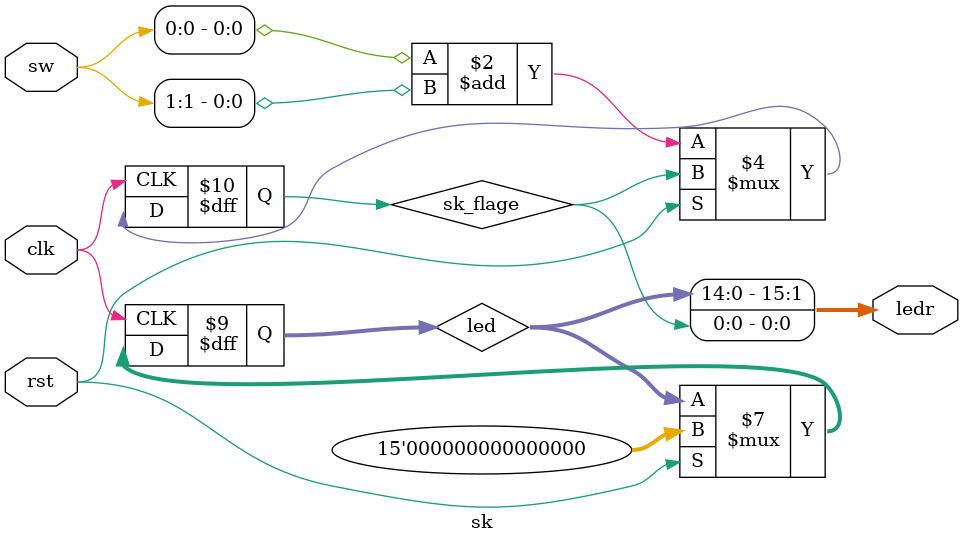
<source format=v>
module sk(
  input clk,
  input rst,
  input [7:0] sw,
  output [15:0] ledr
);
 reg [14:0] led;
 reg sk_flage;
  always @(posedge clk) 
    begin
    if (rst) 
      begin 
        led <= 0; 
      end
    else 
     begin
        sk_flage <= sw[0]+sw[1];
     end
  end

  assign ledr = {led,sk_flage};
endmodule

</source>
